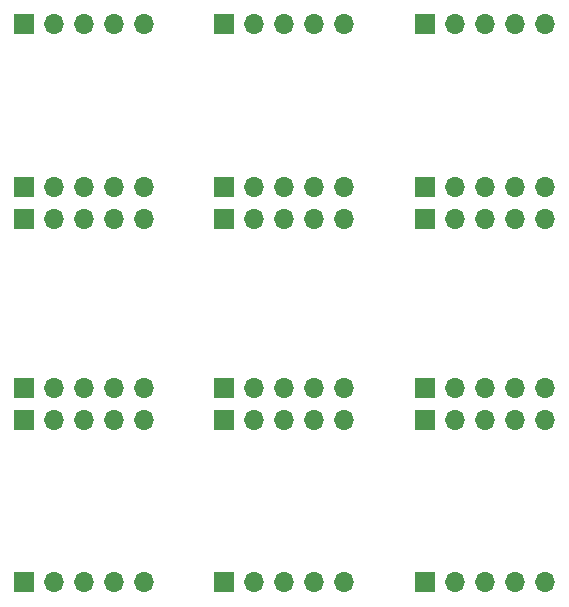
<source format=gbr>
%TF.GenerationSoftware,KiCad,Pcbnew,7.0.10*%
%TF.CreationDate,2024-02-14T10:35:43+01:00*%
%TF.ProjectId,Planar_XFMR,506c616e-6172-45f5-9846-4d522e6b6963,A*%
%TF.SameCoordinates,Original*%
%TF.FileFunction,Soldermask,Bot*%
%TF.FilePolarity,Negative*%
%FSLAX46Y46*%
G04 Gerber Fmt 4.6, Leading zero omitted, Abs format (unit mm)*
G04 Created by KiCad (PCBNEW 7.0.10) date 2024-02-14 10:35:43*
%MOMM*%
%LPD*%
G01*
G04 APERTURE LIST*
%ADD10R,1.700000X1.700000*%
%ADD11O,1.700000X1.700000*%
G04 APERTURE END LIST*
D10*
%TO.C,J6*%
X143925000Y-46750000D03*
D11*
X146465000Y-46750000D03*
X149005000Y-46750000D03*
X151545000Y-46750000D03*
X154085000Y-46750000D03*
%TD*%
D10*
%TO.C,J10*%
X126925000Y-63750000D03*
D11*
X129465000Y-63750000D03*
X132005000Y-63750000D03*
X134545000Y-63750000D03*
X137085000Y-63750000D03*
%TD*%
D10*
%TO.C,J2*%
X109925000Y-46750000D03*
D11*
X112465000Y-46750000D03*
X115005000Y-46750000D03*
X117545000Y-46750000D03*
X120085000Y-46750000D03*
%TD*%
D10*
%TO.C,J3*%
X126925000Y-33000000D03*
D11*
X129465000Y-33000000D03*
X132005000Y-33000000D03*
X134545000Y-33000000D03*
X137085000Y-33000000D03*
%TD*%
D10*
%TO.C,J12*%
X143925000Y-63750000D03*
D11*
X146465000Y-63750000D03*
X149005000Y-63750000D03*
X151545000Y-63750000D03*
X154085000Y-63750000D03*
%TD*%
D10*
%TO.C,J8*%
X109925000Y-63750000D03*
D11*
X112465000Y-63750000D03*
X115005000Y-63750000D03*
X117545000Y-63750000D03*
X120085000Y-63750000D03*
%TD*%
D10*
%TO.C,J11*%
X143925000Y-49500000D03*
D11*
X146465000Y-49500000D03*
X149005000Y-49500000D03*
X151545000Y-49500000D03*
X154085000Y-49500000D03*
%TD*%
D10*
%TO.C,J18*%
X143925000Y-80250000D03*
D11*
X146465000Y-80250000D03*
X149005000Y-80250000D03*
X151545000Y-80250000D03*
X154085000Y-80250000D03*
%TD*%
D10*
%TO.C,J16*%
X126925000Y-80250000D03*
D11*
X129465000Y-80250000D03*
X132005000Y-80250000D03*
X134545000Y-80250000D03*
X137085000Y-80250000D03*
%TD*%
D10*
%TO.C,J17*%
X143925000Y-66500000D03*
D11*
X146465000Y-66500000D03*
X149005000Y-66500000D03*
X151545000Y-66500000D03*
X154085000Y-66500000D03*
%TD*%
D10*
%TO.C,J4*%
X126925000Y-46750000D03*
D11*
X129465000Y-46750000D03*
X132005000Y-46750000D03*
X134545000Y-46750000D03*
X137085000Y-46750000D03*
%TD*%
D10*
%TO.C,J9*%
X126925000Y-49500000D03*
D11*
X129465000Y-49500000D03*
X132005000Y-49500000D03*
X134545000Y-49500000D03*
X137085000Y-49500000D03*
%TD*%
D10*
%TO.C,J7*%
X109925000Y-49500000D03*
D11*
X112465000Y-49500000D03*
X115005000Y-49500000D03*
X117545000Y-49500000D03*
X120085000Y-49500000D03*
%TD*%
D10*
%TO.C,J5*%
X143925000Y-33000000D03*
D11*
X146465000Y-33000000D03*
X149005000Y-33000000D03*
X151545000Y-33000000D03*
X154085000Y-33000000D03*
%TD*%
D10*
%TO.C,J15*%
X126925000Y-66500000D03*
D11*
X129465000Y-66500000D03*
X132005000Y-66500000D03*
X134545000Y-66500000D03*
X137085000Y-66500000D03*
%TD*%
D10*
%TO.C,J1*%
X109925000Y-33000000D03*
D11*
X112465000Y-33000000D03*
X115005000Y-33000000D03*
X117545000Y-33000000D03*
X120085000Y-33000000D03*
%TD*%
D10*
%TO.C,J14*%
X109925000Y-80250000D03*
D11*
X112465000Y-80250000D03*
X115005000Y-80250000D03*
X117545000Y-80250000D03*
X120085000Y-80250000D03*
%TD*%
D10*
%TO.C,J13*%
X109925000Y-66500000D03*
D11*
X112465000Y-66500000D03*
X115005000Y-66500000D03*
X117545000Y-66500000D03*
X120085000Y-66500000D03*
%TD*%
M02*

</source>
